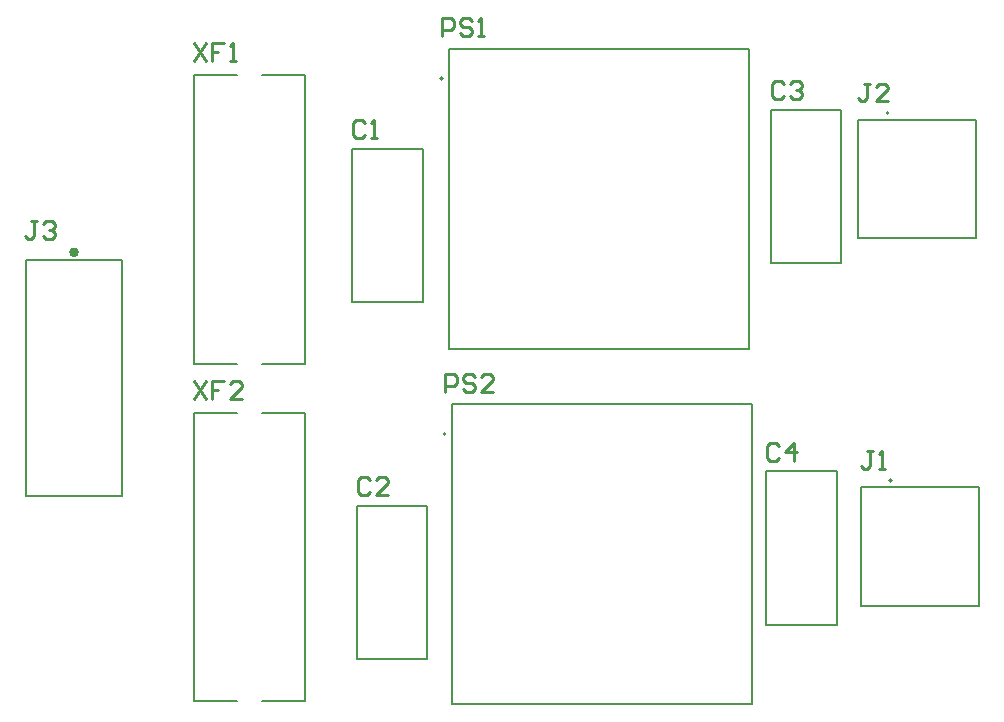
<source format=gto>
G04*
G04 #@! TF.GenerationSoftware,Altium Limited,Altium Designer,20.0.10 (225)*
G04*
G04 Layer_Color=65535*
%FSLAX43Y43*%
%MOMM*%
G71*
G01*
G75*
%ADD10C,0.200*%
%ADD11C,0.400*%
%ADD12C,0.127*%
%ADD13C,0.254*%
D10*
X36676Y54864D02*
G03*
X36676Y54864I-100J0D01*
G01*
X74435Y51955D02*
G03*
X74435Y51955I-100J0D01*
G01*
X36930Y24765D02*
G03*
X36930Y24765I-100J0D01*
G01*
X74689Y20840D02*
G03*
X74689Y20840I-100J0D01*
G01*
X29004Y48918D02*
X35004D01*
Y35918D02*
Y48918D01*
X29004Y35918D02*
X35004D01*
X29004D02*
Y48918D01*
X64437Y52220D02*
X70437D01*
Y39220D02*
Y52220D01*
X64437Y39220D02*
X70437D01*
X64437D02*
Y52220D01*
X15620Y30726D02*
Y55126D01*
X25020Y30726D02*
Y55126D01*
X21420Y30726D02*
X25020D01*
X15620D02*
X19220D01*
X21420Y55126D02*
X25020D01*
X15620D02*
X19220D01*
X64056Y21613D02*
X70056D01*
Y8613D02*
Y21613D01*
X64056Y8613D02*
X70056D01*
X64056D02*
Y21613D01*
X29385Y18692D02*
X35385D01*
Y5692D02*
Y18692D01*
X29385Y5692D02*
X35385D01*
X29385D02*
Y18692D01*
X25020Y2151D02*
Y26551D01*
X15620Y2151D02*
Y26551D01*
X19220D01*
X21420D02*
X25020D01*
X15620Y2151D02*
X19220D01*
X21420D02*
X25020D01*
D11*
X5661Y40149D02*
G03*
X5661Y40149I-200J0D01*
G01*
D12*
X37211Y57404D02*
X62611D01*
Y32004D02*
Y57404D01*
X37211Y32004D02*
X62611D01*
X37211D02*
Y57404D01*
X71835Y41355D02*
X81835D01*
Y51355D01*
X71835D02*
X81835D01*
X71835Y41355D02*
Y51355D01*
X1361Y39504D02*
X9561D01*
X1361Y19504D02*
Y39504D01*
Y19504D02*
X9561D01*
Y39504D01*
X37465Y27305D02*
X62865D01*
Y1905D02*
Y27305D01*
X37465Y1905D02*
X62865D01*
X37465D02*
Y27305D01*
X72089Y10240D02*
X82089D01*
Y20240D01*
X72089D02*
X82089D01*
X72089Y10240D02*
Y20240D01*
D13*
X15649Y29283D02*
X16665Y27759D01*
Y29283D02*
X15649Y27759D01*
X18189Y29283D02*
X17173D01*
Y28521D01*
X17681D01*
X17173D01*
Y27759D01*
X19712D02*
X18696D01*
X19712Y28775D01*
Y29029D01*
X19458Y29283D01*
X18950D01*
X18696Y29029D01*
X15646Y57861D02*
X16662Y56337D01*
Y57861D02*
X15646Y56337D01*
X18186Y57861D02*
X17170D01*
Y57099D01*
X17678D01*
X17170D01*
Y56337D01*
X18693D02*
X19201D01*
X18947D01*
Y57861D01*
X18693Y57607D01*
X36894Y28334D02*
Y29857D01*
X37655D01*
X37909Y29603D01*
Y29095D01*
X37655Y28842D01*
X36894D01*
X39433Y29603D02*
X39179Y29857D01*
X38671D01*
X38417Y29603D01*
Y29349D01*
X38671Y29095D01*
X39179D01*
X39433Y28842D01*
Y28588D01*
X39179Y28334D01*
X38671D01*
X38417Y28588D01*
X40956Y28334D02*
X39941D01*
X40956Y29349D01*
Y29603D01*
X40702Y29857D01*
X40194D01*
X39941Y29603D01*
X36639Y58433D02*
Y59956D01*
X37401D01*
X37655Y59702D01*
Y59194D01*
X37401Y58941D01*
X36639D01*
X39179Y59702D02*
X38925Y59956D01*
X38417D01*
X38163Y59702D01*
Y59448D01*
X38417Y59194D01*
X38925D01*
X39179Y58941D01*
Y58687D01*
X38925Y58433D01*
X38417D01*
X38163Y58687D01*
X39687Y58433D02*
X40194D01*
X39940D01*
Y59956D01*
X39687Y59702D01*
X2362Y42839D02*
X1854D01*
X2108D01*
Y41569D01*
X1854Y41315D01*
X1600D01*
X1346Y41569D01*
X2870Y42585D02*
X3124Y42839D01*
X3631D01*
X3885Y42585D01*
Y42331D01*
X3631Y42077D01*
X3378D01*
X3631D01*
X3885Y41823D01*
Y41569D01*
X3631Y41315D01*
X3124D01*
X2870Y41569D01*
X72834Y54444D02*
X72326D01*
X72580D01*
Y53175D01*
X72326Y52921D01*
X72072D01*
X71818Y53175D01*
X74358Y52921D02*
X73342D01*
X74358Y53937D01*
Y54190D01*
X74104Y54444D01*
X73596D01*
X73342Y54190D01*
X73088Y23329D02*
X72580D01*
X72834D01*
Y22060D01*
X72580Y21806D01*
X72326D01*
X72073Y22060D01*
X73596Y21806D02*
X74104D01*
X73850D01*
Y23329D01*
X73596Y23075D01*
X65189Y23761D02*
X64935Y24015D01*
X64427D01*
X64173Y23761D01*
Y22746D01*
X64427Y22492D01*
X64935D01*
X65189Y22746D01*
X66458Y22492D02*
Y24015D01*
X65697Y23253D01*
X66712D01*
X65570Y54368D02*
X65316Y54622D01*
X64808D01*
X64554Y54368D01*
Y53353D01*
X64808Y53099D01*
X65316D01*
X65570Y53353D01*
X66078Y54368D02*
X66332Y54622D01*
X66839D01*
X67093Y54368D01*
Y54114D01*
X66839Y53860D01*
X66585D01*
X66839D01*
X67093Y53607D01*
Y53353D01*
X66839Y53099D01*
X66332D01*
X66078Y53353D01*
X30518Y20840D02*
X30264Y21094D01*
X29756D01*
X29502Y20840D01*
Y19825D01*
X29756Y19571D01*
X30264D01*
X30518Y19825D01*
X32041Y19571D02*
X31026D01*
X32041Y20586D01*
Y20840D01*
X31787Y21094D01*
X31280D01*
X31026Y20840D01*
X30137Y51066D02*
X29883Y51320D01*
X29375D01*
X29121Y51066D01*
Y50051D01*
X29375Y49797D01*
X29883D01*
X30137Y50051D01*
X30645Y49797D02*
X31152D01*
X30899D01*
Y51320D01*
X30645Y51066D01*
M02*

</source>
